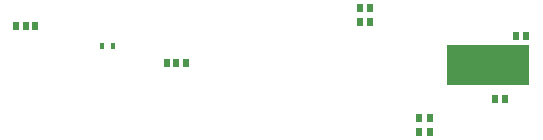
<source format=gbp>
G75*
%MOIN*%
%OFA0B0*%
%FSLAX24Y24*%
%IPPOS*%
%LPD*%
%AMOC8*
5,1,8,0,0,1.08239X$1,22.5*
%
%ADD10R,0.0230X0.0315*%
%ADD11R,0.0157X0.0236*%
%ADD12R,0.2756X0.1378*%
D10*
X013107Y006481D03*
X013422Y006481D03*
X013737Y006481D03*
X008718Y007741D03*
X008403Y007741D03*
X008088Y007741D03*
X019551Y007859D03*
X019891Y007859D03*
X019891Y008331D03*
X019551Y008331D03*
X024748Y007387D03*
X025088Y007387D03*
X024380Y005300D03*
X024040Y005300D03*
X021860Y004670D03*
X021520Y004670D03*
X021520Y004198D03*
X021860Y004198D03*
D11*
X011296Y007052D03*
X010942Y007052D03*
D12*
X023816Y006442D03*
M02*

</source>
